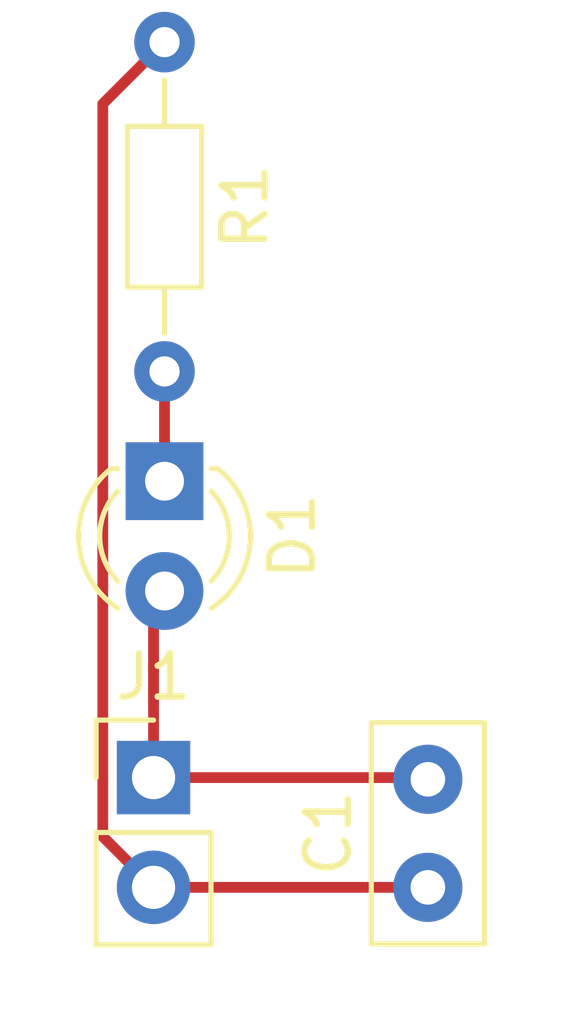
<source format=kicad_pcb>
(kicad_pcb (version 20170123) (host pcbnew "(2017-03-27 revision c7c172d36)-makepkg")

  (general
    (links 5)
    (no_connects 2)
    (area 89.0465 77.056999 102.4625 101.2125)
    (thickness 1.6)
    (drawings 0)
    (tracks 11)
    (zones 0)
    (modules 4)
    (nets 4)
  )

  (page A4)
  (layers
    (0 F.Cu signal)
    (31 B.Cu signal)
    (32 B.Adhes user)
    (33 F.Adhes user)
    (34 B.Paste user)
    (35 F.Paste user)
    (36 B.SilkS user)
    (37 F.SilkS user)
    (38 B.Mask user)
    (39 F.Mask user)
    (40 Dwgs.User user)
    (41 Cmts.User user)
    (42 Eco1.User user)
    (43 Eco2.User user)
    (44 Edge.Cuts user)
    (45 Margin user)
    (46 B.CrtYd user)
    (47 F.CrtYd user)
    (48 B.Fab user)
    (49 F.Fab user)
  )

  (setup
    (last_trace_width 0.25)
    (trace_clearance 0.2)
    (zone_clearance 0.508)
    (zone_45_only no)
    (trace_min 0.2)
    (segment_width 0.2)
    (edge_width 0.1)
    (via_size 0.8)
    (via_drill 0.4)
    (via_min_size 0.4)
    (via_min_drill 0.3)
    (uvia_size 0.3)
    (uvia_drill 0.1)
    (uvias_allowed no)
    (uvia_min_size 0.2)
    (uvia_min_drill 0.1)
    (pcb_text_width 0.3)
    (pcb_text_size 1.5 1.5)
    (mod_edge_width 0.15)
    (mod_text_size 1 1)
    (mod_text_width 0.15)
    (pad_size 1.5 1.5)
    (pad_drill 0.6)
    (pad_to_mask_clearance 0)
    (aux_axis_origin 0 0)
    (visible_elements 7FFFFFFF)
    (pcbplotparams
      (layerselection 0x00030_ffffffff)
      (usegerberextensions false)
      (excludeedgelayer true)
      (linewidth 0.100000)
      (plotframeref false)
      (viasonmask false)
      (mode 1)
      (useauxorigin false)
      (hpglpennumber 1)
      (hpglpenspeed 20)
      (hpglpendiameter 15)
      (psnegative false)
      (psa4output false)
      (plotreference true)
      (plotvalue true)
      (plotinvisibletext false)
      (padsonsilk false)
      (subtractmaskfromsilk false)
      (outputformat 1)
      (mirror false)
      (drillshape 1)
      (scaleselection 1)
      (outputdirectory ""))
  )

  (net 0 "")
  (net 1 GND)
  (net 2 +5V)
  (net 3 "Net-(D1-Pad1)")

  (net_class Default "This is the default net class."
    (clearance 0.2)
    (trace_width 0.25)
    (via_dia 0.8)
    (via_drill 0.4)
    (uvia_dia 0.3)
    (uvia_drill 0.1)
    (add_net +5V)
    (add_net GND)
    (add_net "Net-(D1-Pad1)")
  )

  (module Capacitors_THT:C_Disc_D5.0mm_W2.5mm_P2.50mm (layer F.Cu) (tedit 58765D06) (tstamp 58DC3A74)
    (at 99.06 97.79 90)
    (descr "C, Disc series, Radial, pin pitch=2.50mm, , diameter*width=5*2.5mm^2, Capacitor, http://cdn-reichelt.de/documents/datenblatt/B300/DS_KERKO_TC.pdf")
    (tags "C Disc series Radial pin pitch 2.50mm  diameter 5mm width 2.5mm Capacitor")
    (path /58DB5327)
    (fp_text reference C1 (at 1.25 -2.31 90) (layer F.SilkS)
      (effects (font (size 1 1) (thickness 0.15)))
    )
    (fp_text value 1uF (at 1.25 2.31 90) (layer F.Fab)
      (effects (font (size 1 1) (thickness 0.15)))
    )
    (fp_line (start 4.1 -1.6) (end -1.6 -1.6) (layer F.CrtYd) (width 0.05))
    (fp_line (start 4.1 1.6) (end 4.1 -1.6) (layer F.CrtYd) (width 0.05))
    (fp_line (start -1.6 1.6) (end 4.1 1.6) (layer F.CrtYd) (width 0.05))
    (fp_line (start -1.6 -1.6) (end -1.6 1.6) (layer F.CrtYd) (width 0.05))
    (fp_line (start 3.81 -1.31) (end 3.81 1.31) (layer F.SilkS) (width 0.12))
    (fp_line (start -1.31 -1.31) (end -1.31 1.31) (layer F.SilkS) (width 0.12))
    (fp_line (start -1.31 1.31) (end 3.81 1.31) (layer F.SilkS) (width 0.12))
    (fp_line (start -1.31 -1.31) (end 3.81 -1.31) (layer F.SilkS) (width 0.12))
    (fp_line (start 3.75 -1.25) (end -1.25 -1.25) (layer F.Fab) (width 0.1))
    (fp_line (start 3.75 1.25) (end 3.75 -1.25) (layer F.Fab) (width 0.1))
    (fp_line (start -1.25 1.25) (end 3.75 1.25) (layer F.Fab) (width 0.1))
    (fp_line (start -1.25 -1.25) (end -1.25 1.25) (layer F.Fab) (width 0.1))
    (pad 2 thru_hole circle (at 2.5 0 90) (size 1.6 1.6) (drill 0.8) (layers *.Cu *.Mask)
      (net 1 GND))
    (pad 1 thru_hole circle (at 0 0 90) (size 1.6 1.6) (drill 0.8) (layers *.Cu *.Mask)
      (net 2 +5V))
    (model Capacitors_THT.3dshapes/C_Disc_D5.0mm_W2.5mm_P2.50mm.wrl
      (at (xyz 0 0 0))
      (scale (xyz 0.393701 0.393701 0.393701))
      (rotate (xyz 0 0 0))
    )
  )

  (module LEDs:LED_D3.0mm (layer F.Cu) (tedit 587A3A7B) (tstamp 58DC3A87)
    (at 92.964 88.392 270)
    (descr "LED, diameter 3.0mm, 2 pins")
    (tags "LED diameter 3.0mm 2 pins")
    (path /58DB634E)
    (fp_text reference D1 (at 1.27 -2.96 270) (layer F.SilkS)
      (effects (font (size 1 1) (thickness 0.15)))
    )
    (fp_text value LED (at 1.27 2.96 270) (layer F.Fab)
      (effects (font (size 1 1) (thickness 0.15)))
    )
    (fp_line (start 3.7 -2.25) (end -1.15 -2.25) (layer F.CrtYd) (width 0.05))
    (fp_line (start 3.7 2.25) (end 3.7 -2.25) (layer F.CrtYd) (width 0.05))
    (fp_line (start -1.15 2.25) (end 3.7 2.25) (layer F.CrtYd) (width 0.05))
    (fp_line (start -1.15 -2.25) (end -1.15 2.25) (layer F.CrtYd) (width 0.05))
    (fp_line (start -0.29 1.08) (end -0.29 1.236) (layer F.SilkS) (width 0.12))
    (fp_line (start -0.29 -1.236) (end -0.29 -1.08) (layer F.SilkS) (width 0.12))
    (fp_line (start -0.23 -1.16619) (end -0.23 1.16619) (layer F.Fab) (width 0.1))
    (fp_circle (center 1.27 0) (end 2.77 0) (layer F.Fab) (width 0.1))
    (fp_arc (start 1.27 0) (end 0.229039 1.08) (angle -87.9) (layer F.SilkS) (width 0.12))
    (fp_arc (start 1.27 0) (end 0.229039 -1.08) (angle 87.9) (layer F.SilkS) (width 0.12))
    (fp_arc (start 1.27 0) (end -0.29 1.235516) (angle -108.8) (layer F.SilkS) (width 0.12))
    (fp_arc (start 1.27 0) (end -0.29 -1.235516) (angle 108.8) (layer F.SilkS) (width 0.12))
    (fp_arc (start 1.27 0) (end -0.23 -1.16619) (angle 284.3) (layer F.Fab) (width 0.1))
    (pad 2 thru_hole circle (at 2.54 0 270) (size 1.8 1.8) (drill 0.9) (layers *.Cu *.Mask)
      (net 1 GND))
    (pad 1 thru_hole rect (at 0 0 270) (size 1.8 1.8) (drill 0.9) (layers *.Cu *.Mask)
      (net 3 "Net-(D1-Pad1)"))
    (model LEDs.3dshapes/LED_D3.0mm.wrl
      (at (xyz 0 0 0))
      (scale (xyz 0.393701 0.393701 0.393701))
      (rotate (xyz 0 0 0))
    )
  )

  (module Pin_Headers:Pin_Header_Straight_1x02_Pitch2.54mm (layer F.Cu) (tedit 58CD4EC1) (tstamp 58DC3A9C)
    (at 92.71 95.25)
    (descr "Through hole straight pin header, 1x02, 2.54mm pitch, single row")
    (tags "Through hole pin header THT 1x02 2.54mm single row")
    (path /58DB5154)
    (fp_text reference J1 (at 0 -2.33) (layer F.SilkS)
      (effects (font (size 1 1) (thickness 0.15)))
    )
    (fp_text value PWR_IN (at 0 4.87) (layer F.Fab)
      (effects (font (size 1 1) (thickness 0.15)))
    )
    (fp_text user %R (at 0 -2.33) (layer F.Fab)
      (effects (font (size 1 1) (thickness 0.15)))
    )
    (fp_line (start 1.8 -1.8) (end -1.8 -1.8) (layer F.CrtYd) (width 0.05))
    (fp_line (start 1.8 4.35) (end 1.8 -1.8) (layer F.CrtYd) (width 0.05))
    (fp_line (start -1.8 4.35) (end 1.8 4.35) (layer F.CrtYd) (width 0.05))
    (fp_line (start -1.8 -1.8) (end -1.8 4.35) (layer F.CrtYd) (width 0.05))
    (fp_line (start -1.33 -1.33) (end 0 -1.33) (layer F.SilkS) (width 0.12))
    (fp_line (start -1.33 0) (end -1.33 -1.33) (layer F.SilkS) (width 0.12))
    (fp_line (start 1.33 1.27) (end -1.33 1.27) (layer F.SilkS) (width 0.12))
    (fp_line (start 1.33 3.87) (end 1.33 1.27) (layer F.SilkS) (width 0.12))
    (fp_line (start -1.33 3.87) (end 1.33 3.87) (layer F.SilkS) (width 0.12))
    (fp_line (start -1.33 1.27) (end -1.33 3.87) (layer F.SilkS) (width 0.12))
    (fp_line (start 1.27 -1.27) (end -1.27 -1.27) (layer F.Fab) (width 0.1))
    (fp_line (start 1.27 3.81) (end 1.27 -1.27) (layer F.Fab) (width 0.1))
    (fp_line (start -1.27 3.81) (end 1.27 3.81) (layer F.Fab) (width 0.1))
    (fp_line (start -1.27 -1.27) (end -1.27 3.81) (layer F.Fab) (width 0.1))
    (pad 2 thru_hole oval (at 0 2.54) (size 1.7 1.7) (drill 1) (layers *.Cu *.Mask)
      (net 2 +5V))
    (pad 1 thru_hole rect (at 0 0) (size 1.7 1.7) (drill 1) (layers *.Cu *.Mask)
      (net 1 GND))
    (model ${KISYS3DMOD}/Pin_Headers.3dshapes/Pin_Header_Straight_1x02_Pitch2.54mm.wrl
      (at (xyz 0 -0.05 0))
      (scale (xyz 1 1 1))
      (rotate (xyz 0 0 90))
    )
  )

  (module Resistors_THT:R_Axial_DIN0204_L3.6mm_D1.6mm_P7.62mm_Horizontal (layer F.Cu) (tedit 5874F706) (tstamp 58DC3AB2)
    (at 92.964 78.232 270)
    (descr "Resistor, Axial_DIN0204 series, Axial, Horizontal, pin pitch=7.62mm, 0.16666666666666666W = 1/6W, length*diameter=3.6*1.6mm^2, http://cdn-reichelt.de/documents/datenblatt/B400/1_4W%23YAG.pdf")
    (tags "Resistor Axial_DIN0204 series Axial Horizontal pin pitch 7.62mm 0.16666666666666666W = 1/6W length 3.6mm diameter 1.6mm")
    (path /58DB641F)
    (fp_text reference R1 (at 3.81 -1.86 270) (layer F.SilkS)
      (effects (font (size 1 1) (thickness 0.15)))
    )
    (fp_text value 330 (at 3.81 1.86 270) (layer F.Fab)
      (effects (font (size 1 1) (thickness 0.15)))
    )
    (fp_line (start 8.6 -1.15) (end -0.95 -1.15) (layer F.CrtYd) (width 0.05))
    (fp_line (start 8.6 1.15) (end 8.6 -1.15) (layer F.CrtYd) (width 0.05))
    (fp_line (start -0.95 1.15) (end 8.6 1.15) (layer F.CrtYd) (width 0.05))
    (fp_line (start -0.95 -1.15) (end -0.95 1.15) (layer F.CrtYd) (width 0.05))
    (fp_line (start 6.74 0) (end 5.67 0) (layer F.SilkS) (width 0.12))
    (fp_line (start 0.88 0) (end 1.95 0) (layer F.SilkS) (width 0.12))
    (fp_line (start 5.67 -0.86) (end 1.95 -0.86) (layer F.SilkS) (width 0.12))
    (fp_line (start 5.67 0.86) (end 5.67 -0.86) (layer F.SilkS) (width 0.12))
    (fp_line (start 1.95 0.86) (end 5.67 0.86) (layer F.SilkS) (width 0.12))
    (fp_line (start 1.95 -0.86) (end 1.95 0.86) (layer F.SilkS) (width 0.12))
    (fp_line (start 7.62 0) (end 5.61 0) (layer F.Fab) (width 0.1))
    (fp_line (start 0 0) (end 2.01 0) (layer F.Fab) (width 0.1))
    (fp_line (start 5.61 -0.8) (end 2.01 -0.8) (layer F.Fab) (width 0.1))
    (fp_line (start 5.61 0.8) (end 5.61 -0.8) (layer F.Fab) (width 0.1))
    (fp_line (start 2.01 0.8) (end 5.61 0.8) (layer F.Fab) (width 0.1))
    (fp_line (start 2.01 -0.8) (end 2.01 0.8) (layer F.Fab) (width 0.1))
    (pad 2 thru_hole oval (at 7.62 0 270) (size 1.4 1.4) (drill 0.7) (layers *.Cu *.Mask)
      (net 3 "Net-(D1-Pad1)"))
    (pad 1 thru_hole circle (at 0 0 270) (size 1.4 1.4) (drill 0.7) (layers *.Cu *.Mask)
      (net 2 +5V))
    (model Resistors_THT.3dshapes/R_Axial_DIN0204_L3.6mm_D1.6mm_P7.62mm_Horizontal.wrl
      (at (xyz 0 0 0))
      (scale (xyz 0.393701 0.393701 0.393701))
      (rotate (xyz 0 0 0))
    )
  )

  (segment (start 92.71 95.25) (end 92.71 91.186) (width 0.25) (layer F.Cu) (net 1))
  (segment (start 92.71 91.186) (end 92.964 90.932) (width 0.25) (layer F.Cu) (net 1))
  (segment (start 92.71 95.25) (end 99.02 95.25) (width 0.25) (layer F.Cu) (net 1))
  (segment (start 99.02 95.25) (end 99.06 95.29) (width 0.25) (layer F.Cu) (net 1))
  (segment (start 92.71 97.79) (end 91.534999 96.614999) (width 0.25) (layer F.Cu) (net 2))
  (segment (start 91.534999 96.614999) (end 91.534999 79.661001) (width 0.25) (layer F.Cu) (net 2))
  (segment (start 91.534999 79.661001) (end 92.264001 78.931999) (width 0.25) (layer F.Cu) (net 2))
  (segment (start 92.264001 78.931999) (end 92.964 78.232) (width 0.25) (layer F.Cu) (net 2))
  (segment (start 92.71 97.79) (end 93.912081 97.79) (width 0.25) (layer F.Cu) (net 2))
  (segment (start 93.912081 97.79) (end 99.06 97.79) (width 0.25) (layer F.Cu) (net 2))
  (segment (start 92.964 85.852) (end 92.964 88.392) (width 0.25) (layer F.Cu) (net 3))

)

</source>
